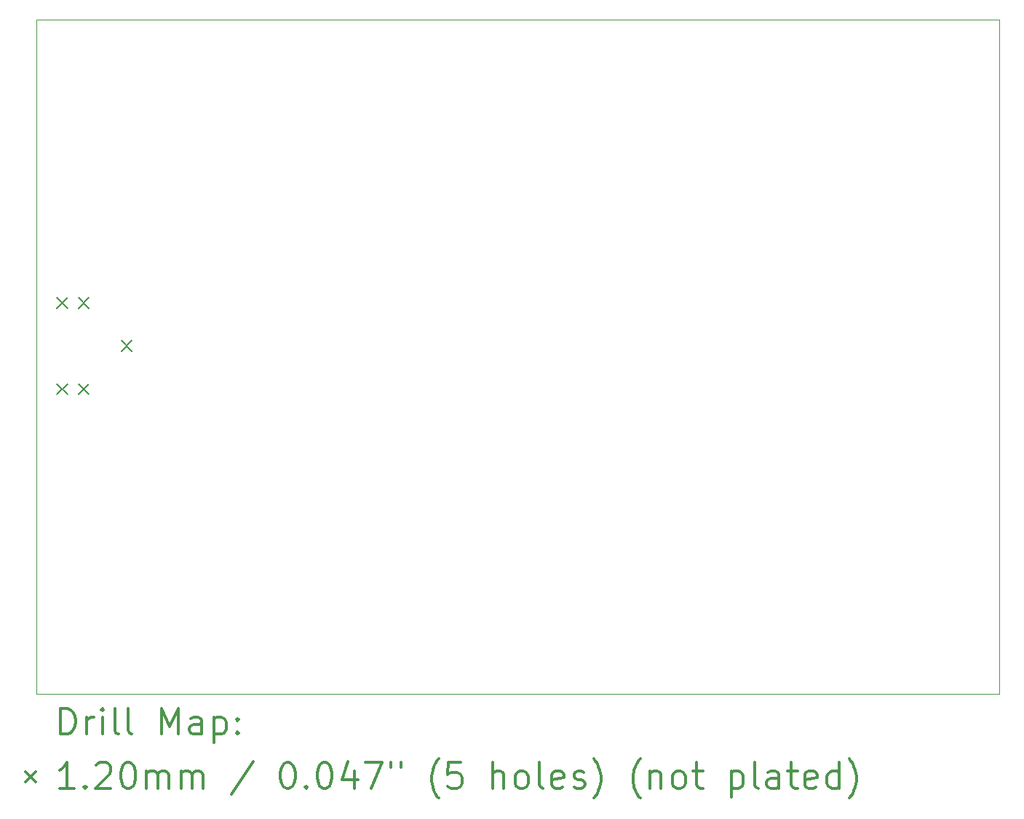
<source format=gbr>
%FSLAX45Y45*%
G04 Gerber Fmt 4.5, Leading zero omitted, Abs format (unit mm)*
G04 Created by KiCad (PCBNEW (5.1.5)-3) date 2022-10-29 16:23:52*
%MOMM*%
%LPD*%
G04 APERTURE LIST*
%TA.AperFunction,Profile*%
%ADD10C,0.100000*%
%TD*%
%ADD11C,0.200000*%
%ADD12C,0.300000*%
G04 APERTURE END LIST*
D10*
X15650000Y-2500000D02*
X15650000Y-10350000D01*
X4450000Y-2500000D02*
X15650000Y-2500000D01*
X4450000Y-10350000D02*
X4450000Y-2500000D01*
X15650000Y-10350000D02*
X4450000Y-10350000D01*
D11*
X4690000Y-5740000D02*
X4810000Y-5860000D01*
X4810000Y-5740000D02*
X4690000Y-5860000D01*
X4690000Y-6740000D02*
X4810000Y-6860000D01*
X4810000Y-6740000D02*
X4690000Y-6860000D01*
X4940000Y-5740000D02*
X5060000Y-5860000D01*
X5060000Y-5740000D02*
X4940000Y-5860000D01*
X4940000Y-6740000D02*
X5060000Y-6860000D01*
X5060000Y-6740000D02*
X4940000Y-6860000D01*
X5440000Y-6240000D02*
X5560000Y-6360000D01*
X5560000Y-6240000D02*
X5440000Y-6360000D01*
D12*
X4731428Y-10820714D02*
X4731428Y-10520714D01*
X4802857Y-10520714D01*
X4845714Y-10535000D01*
X4874286Y-10563572D01*
X4888571Y-10592143D01*
X4902857Y-10649286D01*
X4902857Y-10692143D01*
X4888571Y-10749286D01*
X4874286Y-10777857D01*
X4845714Y-10806429D01*
X4802857Y-10820714D01*
X4731428Y-10820714D01*
X5031428Y-10820714D02*
X5031428Y-10620714D01*
X5031428Y-10677857D02*
X5045714Y-10649286D01*
X5060000Y-10635000D01*
X5088571Y-10620714D01*
X5117143Y-10620714D01*
X5217143Y-10820714D02*
X5217143Y-10620714D01*
X5217143Y-10520714D02*
X5202857Y-10535000D01*
X5217143Y-10549286D01*
X5231428Y-10535000D01*
X5217143Y-10520714D01*
X5217143Y-10549286D01*
X5402857Y-10820714D02*
X5374286Y-10806429D01*
X5360000Y-10777857D01*
X5360000Y-10520714D01*
X5560000Y-10820714D02*
X5531428Y-10806429D01*
X5517143Y-10777857D01*
X5517143Y-10520714D01*
X5902857Y-10820714D02*
X5902857Y-10520714D01*
X6002857Y-10735000D01*
X6102857Y-10520714D01*
X6102857Y-10820714D01*
X6374286Y-10820714D02*
X6374286Y-10663572D01*
X6360000Y-10635000D01*
X6331428Y-10620714D01*
X6274286Y-10620714D01*
X6245714Y-10635000D01*
X6374286Y-10806429D02*
X6345714Y-10820714D01*
X6274286Y-10820714D01*
X6245714Y-10806429D01*
X6231428Y-10777857D01*
X6231428Y-10749286D01*
X6245714Y-10720714D01*
X6274286Y-10706429D01*
X6345714Y-10706429D01*
X6374286Y-10692143D01*
X6517143Y-10620714D02*
X6517143Y-10920714D01*
X6517143Y-10635000D02*
X6545714Y-10620714D01*
X6602857Y-10620714D01*
X6631428Y-10635000D01*
X6645714Y-10649286D01*
X6660000Y-10677857D01*
X6660000Y-10763572D01*
X6645714Y-10792143D01*
X6631428Y-10806429D01*
X6602857Y-10820714D01*
X6545714Y-10820714D01*
X6517143Y-10806429D01*
X6788571Y-10792143D02*
X6802857Y-10806429D01*
X6788571Y-10820714D01*
X6774286Y-10806429D01*
X6788571Y-10792143D01*
X6788571Y-10820714D01*
X6788571Y-10635000D02*
X6802857Y-10649286D01*
X6788571Y-10663572D01*
X6774286Y-10649286D01*
X6788571Y-10635000D01*
X6788571Y-10663572D01*
X4325000Y-11255000D02*
X4445000Y-11375000D01*
X4445000Y-11255000D02*
X4325000Y-11375000D01*
X4888571Y-11450714D02*
X4717143Y-11450714D01*
X4802857Y-11450714D02*
X4802857Y-11150714D01*
X4774286Y-11193571D01*
X4745714Y-11222143D01*
X4717143Y-11236429D01*
X5017143Y-11422143D02*
X5031428Y-11436429D01*
X5017143Y-11450714D01*
X5002857Y-11436429D01*
X5017143Y-11422143D01*
X5017143Y-11450714D01*
X5145714Y-11179286D02*
X5160000Y-11165000D01*
X5188571Y-11150714D01*
X5260000Y-11150714D01*
X5288571Y-11165000D01*
X5302857Y-11179286D01*
X5317143Y-11207857D01*
X5317143Y-11236429D01*
X5302857Y-11279286D01*
X5131428Y-11450714D01*
X5317143Y-11450714D01*
X5502857Y-11150714D02*
X5531428Y-11150714D01*
X5560000Y-11165000D01*
X5574286Y-11179286D01*
X5588571Y-11207857D01*
X5602857Y-11265000D01*
X5602857Y-11336429D01*
X5588571Y-11393571D01*
X5574286Y-11422143D01*
X5560000Y-11436429D01*
X5531428Y-11450714D01*
X5502857Y-11450714D01*
X5474286Y-11436429D01*
X5460000Y-11422143D01*
X5445714Y-11393571D01*
X5431428Y-11336429D01*
X5431428Y-11265000D01*
X5445714Y-11207857D01*
X5460000Y-11179286D01*
X5474286Y-11165000D01*
X5502857Y-11150714D01*
X5731428Y-11450714D02*
X5731428Y-11250714D01*
X5731428Y-11279286D02*
X5745714Y-11265000D01*
X5774286Y-11250714D01*
X5817143Y-11250714D01*
X5845714Y-11265000D01*
X5860000Y-11293571D01*
X5860000Y-11450714D01*
X5860000Y-11293571D02*
X5874286Y-11265000D01*
X5902857Y-11250714D01*
X5945714Y-11250714D01*
X5974286Y-11265000D01*
X5988571Y-11293571D01*
X5988571Y-11450714D01*
X6131428Y-11450714D02*
X6131428Y-11250714D01*
X6131428Y-11279286D02*
X6145714Y-11265000D01*
X6174286Y-11250714D01*
X6217143Y-11250714D01*
X6245714Y-11265000D01*
X6260000Y-11293571D01*
X6260000Y-11450714D01*
X6260000Y-11293571D02*
X6274286Y-11265000D01*
X6302857Y-11250714D01*
X6345714Y-11250714D01*
X6374286Y-11265000D01*
X6388571Y-11293571D01*
X6388571Y-11450714D01*
X6974286Y-11136429D02*
X6717143Y-11522143D01*
X7360000Y-11150714D02*
X7388571Y-11150714D01*
X7417143Y-11165000D01*
X7431428Y-11179286D01*
X7445714Y-11207857D01*
X7460000Y-11265000D01*
X7460000Y-11336429D01*
X7445714Y-11393571D01*
X7431428Y-11422143D01*
X7417143Y-11436429D01*
X7388571Y-11450714D01*
X7360000Y-11450714D01*
X7331428Y-11436429D01*
X7317143Y-11422143D01*
X7302857Y-11393571D01*
X7288571Y-11336429D01*
X7288571Y-11265000D01*
X7302857Y-11207857D01*
X7317143Y-11179286D01*
X7331428Y-11165000D01*
X7360000Y-11150714D01*
X7588571Y-11422143D02*
X7602857Y-11436429D01*
X7588571Y-11450714D01*
X7574286Y-11436429D01*
X7588571Y-11422143D01*
X7588571Y-11450714D01*
X7788571Y-11150714D02*
X7817143Y-11150714D01*
X7845714Y-11165000D01*
X7860000Y-11179286D01*
X7874286Y-11207857D01*
X7888571Y-11265000D01*
X7888571Y-11336429D01*
X7874286Y-11393571D01*
X7860000Y-11422143D01*
X7845714Y-11436429D01*
X7817143Y-11450714D01*
X7788571Y-11450714D01*
X7760000Y-11436429D01*
X7745714Y-11422143D01*
X7731428Y-11393571D01*
X7717143Y-11336429D01*
X7717143Y-11265000D01*
X7731428Y-11207857D01*
X7745714Y-11179286D01*
X7760000Y-11165000D01*
X7788571Y-11150714D01*
X8145714Y-11250714D02*
X8145714Y-11450714D01*
X8074286Y-11136429D02*
X8002857Y-11350714D01*
X8188571Y-11350714D01*
X8274286Y-11150714D02*
X8474286Y-11150714D01*
X8345714Y-11450714D01*
X8574286Y-11150714D02*
X8574286Y-11207857D01*
X8688571Y-11150714D02*
X8688571Y-11207857D01*
X9131428Y-11565000D02*
X9117143Y-11550714D01*
X9088571Y-11507857D01*
X9074286Y-11479286D01*
X9060000Y-11436429D01*
X9045714Y-11365000D01*
X9045714Y-11307857D01*
X9060000Y-11236429D01*
X9074286Y-11193571D01*
X9088571Y-11165000D01*
X9117143Y-11122143D01*
X9131428Y-11107857D01*
X9388571Y-11150714D02*
X9245714Y-11150714D01*
X9231428Y-11293571D01*
X9245714Y-11279286D01*
X9274286Y-11265000D01*
X9345714Y-11265000D01*
X9374286Y-11279286D01*
X9388571Y-11293571D01*
X9402857Y-11322143D01*
X9402857Y-11393571D01*
X9388571Y-11422143D01*
X9374286Y-11436429D01*
X9345714Y-11450714D01*
X9274286Y-11450714D01*
X9245714Y-11436429D01*
X9231428Y-11422143D01*
X9760000Y-11450714D02*
X9760000Y-11150714D01*
X9888571Y-11450714D02*
X9888571Y-11293571D01*
X9874286Y-11265000D01*
X9845714Y-11250714D01*
X9802857Y-11250714D01*
X9774286Y-11265000D01*
X9760000Y-11279286D01*
X10074286Y-11450714D02*
X10045714Y-11436429D01*
X10031428Y-11422143D01*
X10017143Y-11393571D01*
X10017143Y-11307857D01*
X10031428Y-11279286D01*
X10045714Y-11265000D01*
X10074286Y-11250714D01*
X10117143Y-11250714D01*
X10145714Y-11265000D01*
X10160000Y-11279286D01*
X10174286Y-11307857D01*
X10174286Y-11393571D01*
X10160000Y-11422143D01*
X10145714Y-11436429D01*
X10117143Y-11450714D01*
X10074286Y-11450714D01*
X10345714Y-11450714D02*
X10317143Y-11436429D01*
X10302857Y-11407857D01*
X10302857Y-11150714D01*
X10574286Y-11436429D02*
X10545714Y-11450714D01*
X10488571Y-11450714D01*
X10460000Y-11436429D01*
X10445714Y-11407857D01*
X10445714Y-11293571D01*
X10460000Y-11265000D01*
X10488571Y-11250714D01*
X10545714Y-11250714D01*
X10574286Y-11265000D01*
X10588571Y-11293571D01*
X10588571Y-11322143D01*
X10445714Y-11350714D01*
X10702857Y-11436429D02*
X10731428Y-11450714D01*
X10788571Y-11450714D01*
X10817143Y-11436429D01*
X10831428Y-11407857D01*
X10831428Y-11393571D01*
X10817143Y-11365000D01*
X10788571Y-11350714D01*
X10745714Y-11350714D01*
X10717143Y-11336429D01*
X10702857Y-11307857D01*
X10702857Y-11293571D01*
X10717143Y-11265000D01*
X10745714Y-11250714D01*
X10788571Y-11250714D01*
X10817143Y-11265000D01*
X10931428Y-11565000D02*
X10945714Y-11550714D01*
X10974286Y-11507857D01*
X10988571Y-11479286D01*
X11002857Y-11436429D01*
X11017143Y-11365000D01*
X11017143Y-11307857D01*
X11002857Y-11236429D01*
X10988571Y-11193571D01*
X10974286Y-11165000D01*
X10945714Y-11122143D01*
X10931428Y-11107857D01*
X11474286Y-11565000D02*
X11460000Y-11550714D01*
X11431428Y-11507857D01*
X11417143Y-11479286D01*
X11402857Y-11436429D01*
X11388571Y-11365000D01*
X11388571Y-11307857D01*
X11402857Y-11236429D01*
X11417143Y-11193571D01*
X11431428Y-11165000D01*
X11460000Y-11122143D01*
X11474286Y-11107857D01*
X11588571Y-11250714D02*
X11588571Y-11450714D01*
X11588571Y-11279286D02*
X11602857Y-11265000D01*
X11631428Y-11250714D01*
X11674286Y-11250714D01*
X11702857Y-11265000D01*
X11717143Y-11293571D01*
X11717143Y-11450714D01*
X11902857Y-11450714D02*
X11874286Y-11436429D01*
X11860000Y-11422143D01*
X11845714Y-11393571D01*
X11845714Y-11307857D01*
X11860000Y-11279286D01*
X11874286Y-11265000D01*
X11902857Y-11250714D01*
X11945714Y-11250714D01*
X11974286Y-11265000D01*
X11988571Y-11279286D01*
X12002857Y-11307857D01*
X12002857Y-11393571D01*
X11988571Y-11422143D01*
X11974286Y-11436429D01*
X11945714Y-11450714D01*
X11902857Y-11450714D01*
X12088571Y-11250714D02*
X12202857Y-11250714D01*
X12131428Y-11150714D02*
X12131428Y-11407857D01*
X12145714Y-11436429D01*
X12174286Y-11450714D01*
X12202857Y-11450714D01*
X12531428Y-11250714D02*
X12531428Y-11550714D01*
X12531428Y-11265000D02*
X12560000Y-11250714D01*
X12617143Y-11250714D01*
X12645714Y-11265000D01*
X12660000Y-11279286D01*
X12674286Y-11307857D01*
X12674286Y-11393571D01*
X12660000Y-11422143D01*
X12645714Y-11436429D01*
X12617143Y-11450714D01*
X12560000Y-11450714D01*
X12531428Y-11436429D01*
X12845714Y-11450714D02*
X12817143Y-11436429D01*
X12802857Y-11407857D01*
X12802857Y-11150714D01*
X13088571Y-11450714D02*
X13088571Y-11293571D01*
X13074286Y-11265000D01*
X13045714Y-11250714D01*
X12988571Y-11250714D01*
X12960000Y-11265000D01*
X13088571Y-11436429D02*
X13060000Y-11450714D01*
X12988571Y-11450714D01*
X12960000Y-11436429D01*
X12945714Y-11407857D01*
X12945714Y-11379286D01*
X12960000Y-11350714D01*
X12988571Y-11336429D01*
X13060000Y-11336429D01*
X13088571Y-11322143D01*
X13188571Y-11250714D02*
X13302857Y-11250714D01*
X13231428Y-11150714D02*
X13231428Y-11407857D01*
X13245714Y-11436429D01*
X13274286Y-11450714D01*
X13302857Y-11450714D01*
X13517143Y-11436429D02*
X13488571Y-11450714D01*
X13431428Y-11450714D01*
X13402857Y-11436429D01*
X13388571Y-11407857D01*
X13388571Y-11293571D01*
X13402857Y-11265000D01*
X13431428Y-11250714D01*
X13488571Y-11250714D01*
X13517143Y-11265000D01*
X13531428Y-11293571D01*
X13531428Y-11322143D01*
X13388571Y-11350714D01*
X13788571Y-11450714D02*
X13788571Y-11150714D01*
X13788571Y-11436429D02*
X13760000Y-11450714D01*
X13702857Y-11450714D01*
X13674286Y-11436429D01*
X13660000Y-11422143D01*
X13645714Y-11393571D01*
X13645714Y-11307857D01*
X13660000Y-11279286D01*
X13674286Y-11265000D01*
X13702857Y-11250714D01*
X13760000Y-11250714D01*
X13788571Y-11265000D01*
X13902857Y-11565000D02*
X13917143Y-11550714D01*
X13945714Y-11507857D01*
X13960000Y-11479286D01*
X13974286Y-11436429D01*
X13988571Y-11365000D01*
X13988571Y-11307857D01*
X13974286Y-11236429D01*
X13960000Y-11193571D01*
X13945714Y-11165000D01*
X13917143Y-11122143D01*
X13902857Y-11107857D01*
M02*

</source>
